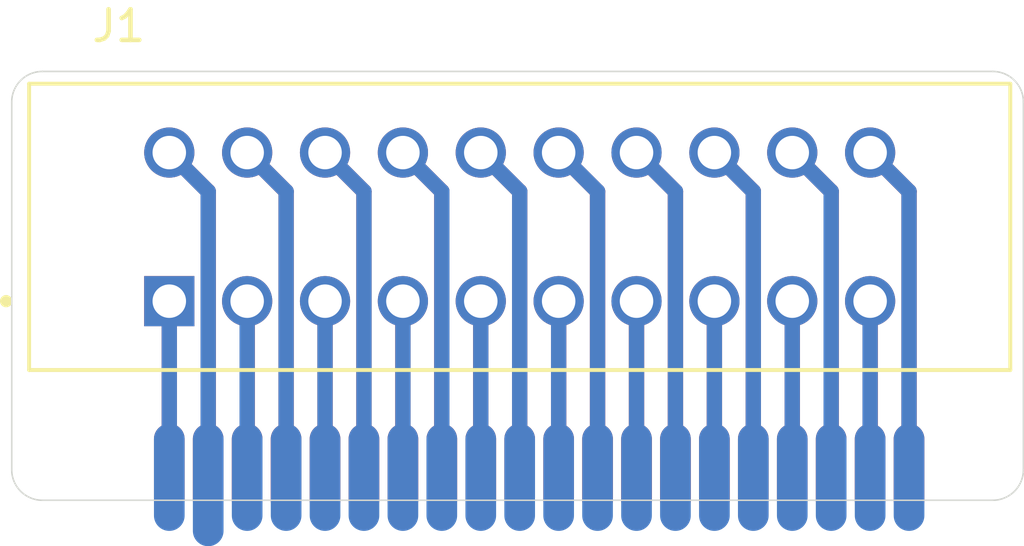
<source format=kicad_pcb>
(kicad_pcb (version 20240108) (generator "pcbnew") (generator_version "8.0")
  (layers (0 "F.Cu" signal) (31 "B.Cu" signal) (34 "B.Paste" user) (35 "F.Paste" user) (36 "B.SilkS" user "B.Silkscreen") (37 "F.SilkS" user "F.Silkscreen") (38 "B.Mask" user) (39 "F.Mask" user) (44 "Edge.Cuts" user))
  (net 0 "")
  (net 1 "unconnected-(J1-Pad2)")
  (net 2 "unconnected-(J1-Pad11)")
  (net 3 "unconnected-(J1-Pad14)")
  (net 4 "unconnected-(J1-Pad20)")
  (net 5 "unconnected-(J1-Pad4)")
  (net 6 "unconnected-(J1-Pad17)")
  (net 7 "unconnected-(J1-Pad7)")
  (net 8 "unconnected-(J1-Pad1)")
  (net 9 "unconnected-(J1-Pad12)")
  (net 10 "unconnected-(J1-Pad6)")
  (net 11 "unconnected-(J1-Pad19)")
  (net 12 "unconnected-(J1-Pad5)")
  (net 13 "unconnected-(J1-Pad8)")
  (net 14 "unconnected-(J1-Pad15)")
  (net 15 "unconnected-(J1-Pad13)")
  (net 16 "unconnected-(J1-Pad10)")
  (net 17 "unconnected-(J1-Pad3)")
  (net 18 "unconnected-(J1-Pad16)")
  (net 19 "unconnected-(J1-Pad9)")
  (net 20 "unconnected-(J1-Pad18)")
  (footprint "5-5530843-0:5-5530843-0" (layer "F.Cu") (at 36.57 24.5743)
    (property "Reference" "J1" (at -13.077 -6.5586 0) (layer "F.SilkS"))
    (property "Value" "5-5530843-0")
    (fp_line (start -16.002 -4.6736) (end 16.002 -4.6736) (stroke (width 0.127)) (layer "F.SilkS"))
    (fp_line (start -16.002 4.6736) (end -16.002 -4.6736) (stroke (width 0.127)) (layer "F.SilkS"))
    (fp_line (start 16.002 -4.6736) (end 16.002 4.6736) (stroke (width 0.127)) (layer "F.SilkS"))
    (fp_line (start 16.002 4.6736) (end -16.002 4.6736) (stroke (width 0.127)) (layer "F.SilkS"))
    (fp_circle (center -16.752 2.4257) (end -16.652 2.4257) (stroke (width 0.2)) (fill none) (layer "F.SilkS"))
    (pad "1" thru_hole rect (at -11.43 2.4257) (size 1.6383 1.6383) (drill 1.0922) (layers "*.Cu" "*.Mask") (net 8 "unconnected-(J1-Pad1)"))
    (pad "2" thru_hole circle (at -11.43 -2.4257) (size 1.6383 1.6383) (drill 1.0922) (layers "*.Cu" "*.Mask") (net 1 "unconnected-(J1-Pad2)"))
    (pad "3" thru_hole circle (at -8.89 2.4257) (size 1.6383 1.6383) (drill 1.0922) (layers "*.Cu" "*.Mask") (net 17 "unconnected-(J1-Pad3)"))
    (pad "4" thru_hole circle (at -8.89 -2.4257) (size 1.6383 1.6383) (drill 1.0922) (layers "*.Cu" "*.Mask") (net 5 "unconnected-(J1-Pad4)"))
    (pad "5" thru_hole circle (at -6.35 2.4257) (size 1.6383 1.6383) (drill 1.0922) (layers "*.Cu" "*.Mask") (net 12 "unconnected-(J1-Pad5)"))
    (pad "6" thru_hole circle (at -6.35 -2.4257) (size 1.6383 1.6383) (drill 1.0922) (layers "*.Cu" "*.Mask") (net 10 "unconnected-(J1-Pad6)"))
    (pad "7" thru_hole circle (at -3.81 2.4257) (size 1.6383 1.6383) (drill 1.0922) (layers "*.Cu" "*.Mask") (net 7 "unconnected-(J1-Pad7)"))
    (pad "8" thru_hole circle (at -3.81 -2.4257) (size 1.6383 1.6383) (drill 1.0922) (layers "*.Cu" "*.Mask") (net 13 "unconnected-(J1-Pad8)"))
    (pad "9" thru_hole circle (at -1.27 2.4257) (size 1.6383 1.6383) (drill 1.0922) (layers "*.Cu" "*.Mask") (net 19 "unconnected-(J1-Pad9)"))
    (pad "10" thru_hole circle (at -1.27 -2.4257) (size 1.6383 1.6383) (drill 1.0922) (layers "*.Cu" "*.Mask") (net 16 "unconnected-(J1-Pad10)"))
    (pad "11" thru_hole circle (at 1.27 2.4257) (size 1.6383 1.6383) (drill 1.0922) (layers "*.Cu" "*.Mask") (net 2 "unconnected-(J1-Pad11)"))
    (pad "12" thru_hole circle (at 1.27 -2.4257) (size 1.6383 1.6383) (drill 1.0922) (layers "*.Cu" "*.Mask") (net 9 "unconnected-(J1-Pad12)"))
    (pad "13" thru_hole circle (at 3.81 2.4257) (size 1.6383 1.6383) (drill 1.0922) (layers "*.Cu" "*.Mask") (net 15 "unconnected-(J1-Pad13)"))
    (pad "14" thru_hole circle (at 3.81 -2.4257) (size 1.6383 1.6383) (drill 1.0922) (layers "*.Cu" "*.Mask") (net 3 "unconnected-(J1-Pad14)"))
    (pad "15" thru_hole circle (at 6.35 2.4257) (size 1.6383 1.6383) (drill 1.0922) (layers "*.Cu" "*.Mask") (net 14 "unconnected-(J1-Pad15)"))
    (pad "16" thru_hole circle (at 6.35 -2.4257) (size 1.6383 1.6383) (drill 1.0922) (layers "*.Cu" "*.Mask") (net 18 "unconnected-(J1-Pad16)"))
    (pad "17" thru_hole circle (at 8.89 2.4257) (size 1.6383 1.6383) (drill 1.0922) (layers "*.Cu" "*.Mask") (net 6 "unconnected-(J1-Pad17)"))
    (pad "18" thru_hole circle (at 8.89 -2.4257) (size 1.6383 1.6383) (drill 1.0922) (layers "*.Cu" "*.Mask") (net 20 "unconnected-(J1-Pad18)"))
    (pad "19" thru_hole circle (at 11.43 2.4257) (size 1.6383 1.6383) (drill 1.0922) (layers "*.Cu" "*.Mask") (net 11 "unconnected-(J1-Pad19)"))
    (pad "20" thru_hole circle (at 11.43 -2.4257) (size 1.6383 1.6383) (drill 1.0922) (layers "*.Cu" "*.Mask") (net 4 "unconnected-(J1-Pad20)"))
  )
  (gr_arc (start 52 19.5) (mid 52.707107 19.792893) (end 53 20.5) (stroke (width 0.05)) (layer "Edge.Cuts"))
  (gr_arc (start 20 20.5) (mid 20.292893 19.792893) (end 21 19.5) (stroke (width 0.05)) (layer "Edge.Cuts"))
  (gr_line (start 52 33.5) (end 21 33.5) (stroke (width 0.05)) (layer "Edge.Cuts"))
  (gr_line (start 53 20.5) (end 53 32.5) (stroke (width 0.05)) (layer "Edge.Cuts"))
  (gr_line (start 20 32.5) (end 20 20.5) (stroke (width 0.05)) (layer "Edge.Cuts"))
  (gr_arc (start 21 33.5) (mid 20.292893 33.207107) (end 20 32.5) (stroke (width 0.05)) (layer "Edge.Cuts"))
  (gr_line (start 21 19.5) (end 52 19.5) (stroke (width 0.05)) (layer "Edge.Cuts"))
  (gr_arc (start 53 32.5) (mid 52.707107 33.207107) (end 52 33.5) (stroke (width 0.05)) (layer "Edge.Cuts"))
  (segment (start 26.40915 23.41775) (end 26.40915 31.5) (width 0.5) (layer "F.Cu") (net 1))
  (segment (start 26.40915 31.5) (end 26.40915 33.5) (width 1) (layer "F.Cu") (net 1))
  (segment (start 25.14 22.1486) (end 26.40915 23.41775) (width 0.5) (layer "F.Cu") (net 1))
  (segment (start 26.40915 23.41775) (end 25.14 22.1486) (width 0.5) (layer "B.Cu") (net 1))
  (segment (start 26.40915 34.5) (end 26.40915 31.5) (width 1) (layer "B.Cu") (net 1))
  (segment (start 26.40915 34.5) (end 26.40915 23.41775) (width 0.5) (layer "B.Cu") (net 1))
  (segment (start 37.84 31.5) (end 37.84 33.5) (width 1) (layer "F.Cu") (net 2))
  (segment (start 37.84 27) (end 37.84 31.5) (width 0.5) (layer "F.Cu") (net 2))
  (segment (start 37.84 34) (end 37.84 31.5) (width 1) (layer "B.Cu") (net 2))
  (segment (start 37.84 27) (end 37.84 34) (width 0.5) (layer "B.Cu") (net 2))
  (segment (start 41.64915 23.41775) (end 41.64915 31.5) (width 0.5) (layer "F.Cu") (net 3))
  (segment (start 40.38 22.1486) (end 41.64915 23.41775) (width 0.5) (layer "F.Cu") (net 3))
  (segment (start 41.64915 31.5) (end 41.64915 33.5) (width 1) (layer "F.Cu") (net 3))
  (segment (start 40.38 22.1486) (end 41.64915 23.41775) (width 0.5) (layer "B.Cu") (net 3))
  (segment (start 41.64915 34) (end 41.64915 31.5) (width 1) (layer "B.Cu") (net 3))
  (segment (start 41.64915 23.41775) (end 41.64915 34) (width 0.5) (layer "B.Cu") (net 3))
  (segment (start 49.26915 31.5) (end 49.26915 33.5) (width 1) (layer "F.Cu") (net 4))
  (segment (start 49.26915 23.41775) (end 49.26915 31.5) (width 0.5) (layer "F.Cu") (net 4))
  (segment (start 48 22.1486) (end 49.26915 23.41775) (width 0.5) (layer "F.Cu") (net 4))
  (segment (start 49.26915 23.41775) (end 49.26915 34) (width 0.5) (layer "B.Cu") (net 4))
  (segment (start 49.26915 34) (end 49.26915 31.5) (width 1) (layer "B.Cu") (net 4))
  (segment (start 48 22.1486) (end 49.26915 23.41775) (width 0.5) (layer "B.Cu") (net 4))
  (segment (start 28.94915 23.41775) (end 28.94915 31.5) (width 0.5) (layer "F.Cu") (net 5))
  (segment (start 28.94915 31.5) (end 28.94915 33.5) (width 1) (layer "F.Cu") (net 5))
  (segment (start 27.68 22.1486) (end 28.94915 23.41775) (width 0.5) (layer "F.Cu") (net 5))
  (segment (start 28.95085 34) (end 28.95085 31.5) (width 1) (layer "B.Cu") (net 5))
  (segment (start 28.95085 23.41945) (end 28.95085 31.5) (width 0.5) (layer "B.Cu") (net 5))
  (segment (start 27.68 22.1486) (end 28.95085 23.41945) (width 0.5) (layer "B.Cu") (net 5))
  (segment (start 45.46 31.5) (end 45.46 33.5) (width 1) (layer "F.Cu") (net 6))
  (segment (start 45.46 27) (end 45.46 31.5) (width 0.5) (layer "F.Cu") (net 6))
  (segment (start 45.46 34) (end 45.46 31.5) (width 1) (layer "B.Cu") (net 6))
  (segment (start 45.46 27) (end 45.46 34) (width 0.5) (layer "B.Cu") (net 6))
  (segment (start 32.76 27) (end 32.76 31.5) (width 0.5) (layer "F.Cu") (net 7))
  (segment (start 32.76 31.5) (end 32.76 33.5) (width 1) (layer "F.Cu") (net 7))
  (segment (start 32.76 34) (end 32.76 31.5) (width 1) (layer "B.Cu") (net 7))
  (segment (start 32.76 27) (end 32.76 34) (width 0.5) (layer "B.Cu") (net 7))
  (segment (start 25.14 33.5) (end 25.14 31.5) (width 1) (layer "F.Cu") (net 8))
  (segment (start 25.14 27) (end 25.14 31.5) (width 0.5) (layer "F.Cu") (net 8))
  (segment (start 25.14 27) (end 25.14 34) (width 0.5) (layer "B.Cu") (net 8))
  (segment (start 25.14 34) (end 25.14 31.5) (width 1) (layer "B.Cu") (net 8))
  (segment (start 39.10915 31.5) (end 39.10915 33.5) (width 1) (layer "F.Cu") (net 9))
  (segment (start 39.10915 23.41775) (end 39.10915 31.5) (width 0.5) (layer "F.Cu") (net 9))
  (segment (start 37.84 22.1486) (end 39.10915 23.41775) (width 0.5) (layer "F.Cu") (net 9))
  (segment (start 39.10915 34) (end 39.10915 23.41775) (width 0.5) (layer "B.Cu") (net 9))
  (segment (start 39.10915 34) (end 39.10915 31.5) (width 1) (layer "B.Cu") (net 9))
  (segment (start 39.10915 23.41775) (end 37.84 22.1486) (width 0.5) (layer "B.Cu") (net 9))
  (segment (start 31.48915 23.41775) (end 31.48915 31.5) (width 0.5) (layer "F.Cu") (net 10))
  (segment (start 31.48915 31.5) (end 31.48915 33.5) (width 1) (layer "F.Cu") (net 10))
  (segment (start 30.22 22.1486) (end 31.48915 23.41775) (width 0.5) (layer "F.Cu") (net 10))
  (segment (start 31.48915 34) (end 31.48915 31.5) (width 1) (layer "B.Cu") (net 10))
  (segment (start 30.22 22.1486) (end 31.48915 23.41775) (width 0.5) (layer "B.Cu") (net 10))
  (segment (start 31.48915 23.41775) (end 31.48915 34) (width 0.5) (layer "B.Cu") (net 10))
  (segment (start 48 31.5) (end 48 33.5) (width 1) (layer "F.Cu") (net 11))
  (segment (start 48 27) (end 48 31.5) (width 0.5) (layer "F.Cu") (net 11))
  (segment (start 48 34) (end 48 31.5) (width 1) (layer "B.Cu") (net 11))
  (segment (start 48 27) (end 48 34) (width 0.5) (layer "B.Cu") (net 11))
  (segment (start 30.22 27) (end 30.22 31.5) (width 0.5) (layer "F.Cu") (net 12))
  (segment (start 30.22 31.5) (end 30.22 33.5) (width 1) (layer "F.Cu") (net 12))
  (segment (start 30.22 34) (end 30.22 31.5) (width 1) (layer "B.Cu") (net 12))
  (segment (start 30.22 27) (end 30.22 34) (width 0.5) (layer "B.Cu") (net 12))
  (segment (start 34.02915 23.41775) (end 34.02915 31.5) (width 0.5) (layer "F.Cu") (net 13))
  (segment (start 34.02915 31.5) (end 34.02915 33.5) (width 1) (layer "F.Cu") (net 13))
  (segment (start 32.76 22.1486) (end 34.02915 23.41775) (width 0.5) (layer "F.Cu") (net 13))
  (segment (start 34.02915 23.41775) (end 34.02915 34) (width 0.5) (layer "B.Cu") (net 13))
  (segment (start 32.76 22.1486) (end 34.02915 23.41775) (width 0.5) (layer "B.Cu") (net 13))
  (segment (start 34.02915 34) (end 34.02915 31.5) (width 1) (layer "B.Cu") (net 13))
  (segment (start 42.92 31.5) (end 42.92 33.5) (width 1) (layer "F.Cu") (net 14))
  (segment (start 42.92 27) (end 42.92 31.5) (width 0.5) (layer "F.Cu") (net 14))
  (segment (start 42.92 34) (end 42.92 31.5) (width 1) (layer "B.Cu") (net 14))
  (segment (start 42.92 27) (end 42.92 34) (width 0.5) (layer "B.Cu") (net 14))
  (segment (start 40.38 27) (end 40.38 31.5) (width 0.5) (layer "F.Cu") (net 15))
  (segment (start 40.38 31.5) (end 40.38 33.5) (width 1) (layer "F.Cu") (net 15))
  (segment (start 40.38 34) (end 40.38 31.5) (width 1) (layer "B.Cu") (net 15))
  (segment (start 40.38 27) (end 40.38 34) (width 0.5) (layer "B.Cu") (net 15))
  (segment (start 36.56915 31.5) (end 36.56915 33.5) (width 1) (layer "F.Cu") (net 16))
  (segment (start 35.3 22.1486) (end 36.56915 23.41775) (width 0.5) (layer "F.Cu") (net 16))
  (segment (start 36.56915 23.41775) (end 36.56915 31.5) (width 0.5) (layer "F.Cu") (net 16))
  (segment (start 36.56915 34) (end 36.56915 23.41775) (width 0.5) (layer "B.Cu") (net 16))
  (segment (start 36.56915 23.41775) (end 35.3 22.1486) (width 0.5) (layer "B.Cu") (net 16))
  (segment (start 36.56915 34) (end 36.56915 31.5) (width 1) (layer "B.Cu") (net 16))
  (segment (start 27.68 27) (end 27.68 31.5) (width 0.5) (layer "F.Cu") (net 17))
  (segment (start 27.68 31.5) (end 27.68 33.5) (width 1) (layer "F.Cu") (net 17))
  (segment (start 27.68 27) (end 27.68 34) (width 0.5) (layer "B.Cu") (net 17))
  (segment (start 27.68 34) (end 27.68 31.5) (width 1) (layer "B.Cu") (net 17))
  (segment (start 42.92 22.1486) (end 44.18915 23.41775) (width 0.5) (layer "F.Cu") (net 18))
  (segment (start 44.18915 23.41775) (end 44.18915 31.5) (width 0.5) (layer "F.Cu") (net 18))
  (segment (start 44.18915 31.5) (end 44.18915 33.5) (width 1) (layer "F.Cu") (net 18))
  (segment (start 42.92 22.1486) (end 44.18915 23.41775) (width 0.5) (layer "B.Cu") (net 18))
  (segment (start 44.18915 34) (end 44.18915 31.5) (width 1) (layer "B.Cu") (net 18))
  (segment (start 44.18915 23.41775) (end 44.18915 34) (width 0.5) (layer "B.Cu") (net 18))
  (segment (start 35.3 27) (end 35.3 31.5) (width 0.5) (layer "F.Cu") (net 19))
  (segment (start 35.3 31.5) (end 35.3 33.5) (width 1) (layer "F.Cu") (net 19))
  (segment (start 35.3 27) (end 35.3 34) (width 0.5) (layer "B.Cu") (net 19))
  (segment (start 35.3 34) (end 35.3 31.5) (width 1) (layer "B.Cu") (net 19))
  (segment (start 45.46 22.1486) (end 46.72915 23.41775) (width 0.5) (layer "F.Cu") (net 20))
  (segment (start 46.72915 31.5) (end 46.72915 33.5) (width 1) (layer "F.Cu") (net 20))
  (segment (start 46.72915 23.41775) (end 46.72915 31.5) (width 0.5) (layer "F.Cu") (net 20))
  (segment (start 45.46 22.1486) (end 46.72915 23.41775) (width 0.5) (layer "B.Cu") (net 20))
  (segment (start 46.72915 34) (end 46.72915 31.5) (width 1) (layer "B.Cu") (net 20))
  (segment (start 46.72915 23.41775) (end 46.72915 34) (width 0.5) (layer "B.Cu") (net 20))
)
</source>
